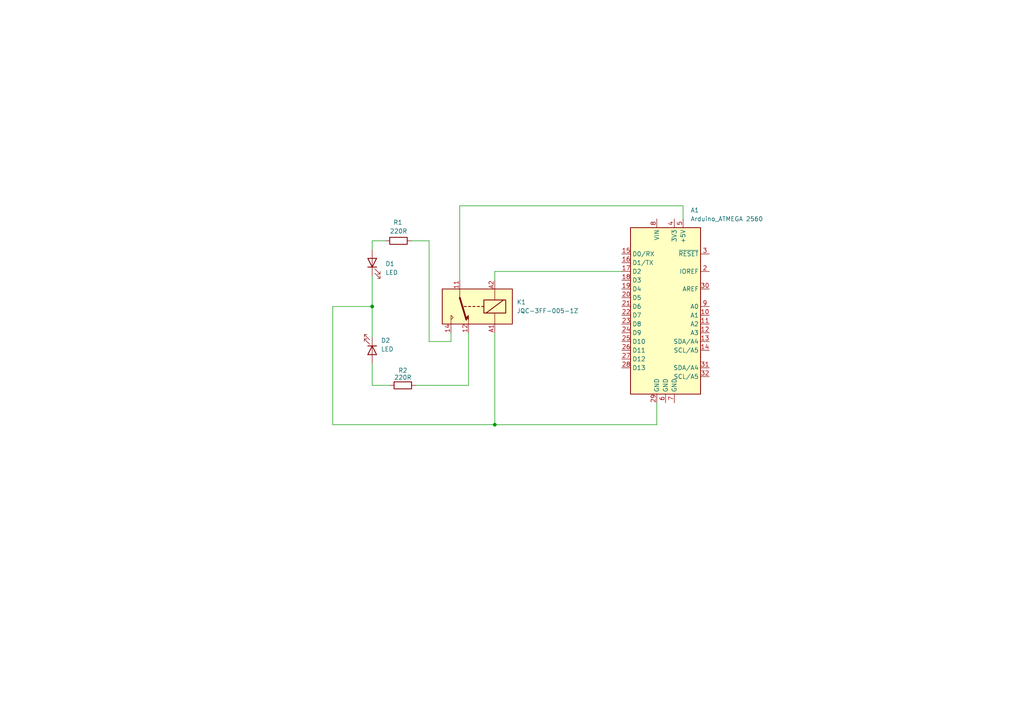
<source format=kicad_sch>
(kicad_sch (version 20250114) (generator "eeschema") (generator_version "9.0")
  (paper "A4")
  (lib_symbols
    (symbol "Device:LED" (pin_numbers (hide yes)) (pin_names (offset 1.016) (hide yes))
      (property "Reference" "D" (at 0 2.54 0))
      (property "Value" "LED" (at 0 -2.54 0))
      (symbol "LED_0_1"
        (polyline (pts (xy -3.048 -0.762) (xy -4.572 -2.286) (xy -3.81 -2.286) (xy -4.572 -2.286) (xy -4.572 -1.524)))
        (polyline (pts (xy -1.778 -0.762) (xy -3.302 -2.286) (xy -2.54 -2.286) (xy -3.302 -2.286) (xy -3.302 -1.524)))
        (polyline (pts (xy -1.27 0) (xy 1.27 0)))
        (polyline (pts (xy -1.27 -1.27) (xy -1.27 1.27)) (stroke (width 0.254)))
        (polyline (pts (xy 1.27 -1.27) (xy 1.27 1.27) (xy -1.27 0) (xy 1.27 -1.27)) (stroke (width 0.254)))
      )
      (symbol "LED_1_1"
        (pin passive line (at -3.81 0 0) (length 2.54) (name "K") (number "1"))
        (pin passive line (at 3.81 0 180) (length 2.54) (name "A") (number "2"))
      )
    )
    (symbol "Device:R" (pin_numbers (hide yes)) (pin_names (offset 0))
      (property "Reference" "R" (at 2.032 0 90))
      (property "Value" "R" (at 0 0 90))
      (symbol "R_0_1"
        (rectangle (start -1.016 -2.54) (end 1.016 2.54) (stroke (width 0.254)))
      )
      (symbol "R_1_1"
        (pin passive line (at 0 3.81 270) (length 1.27) (name "~") (number "1"))
        (pin passive line (at 0 -3.81 90) (length 1.27) (name "~") (number "2"))
      )
    )
    (symbol "MCU_Module:Arduino_UNO_R3"
      (property "Reference" "A" (at -10.16 23.495 0))
      (property "Value" "Arduino_UNO_R3" (at 5.08 -26.67 0))
      (symbol "Arduino_UNO_R3_0_1"
        (rectangle (start -10.16 22.86) (end 10.16 -25.4) (stroke (width 0.254)) (fill (type background)))
      )
      (symbol "Arduino_UNO_R3_1_1"
        (pin bidirectional line (at -12.7 15.24 0) (length 2.54) (name "D0/RX") (number "15"))
        (pin bidirectional line (at -12.7 12.7 0) (length 2.54) (name "D1/TX") (number "16"))
        (pin bidirectional line (at -12.7 10.16 0) (length 2.54) (name "D2") (number "17"))
        (pin bidirectional line (at -12.7 7.62 0) (length 2.54) (name "D3") (number "18"))
        (pin bidirectional line (at -12.7 5.08 0) (length 2.54) (name "D4") (number "19"))
        (pin bidirectional line (at -12.7 2.54 0) (length 2.54) (name "D5") (number "20"))
        (pin bidirectional line (at -12.7 0 0) (length 2.54) (name "D6") (number "21"))
        (pin bidirectional line (at -12.7 -2.54 0) (length 2.54) (name "D7") (number "22"))
        (pin bidirectional line (at -12.7 -5.08 0) (length 2.54) (name "D8") (number "23"))
        (pin bidirectional line (at -12.7 -7.62 0) (length 2.54) (name "D9") (number "24"))
        (pin bidirectional line (at -12.7 -10.16 0) (length 2.54) (name "D10") (number "25"))
        (pin bidirectional line (at -12.7 -12.7 0) (length 2.54) (name "D11") (number "26"))
        (pin bidirectional line (at -12.7 -15.24 0) (length 2.54) (name "D12") (number "27"))
        (pin bidirectional line (at -12.7 -17.78 0) (length 2.54) (name "D13") (number "28"))
        (pin no_connect line (at -10.16 -20.32 0) (length 2.54) (hide yes) (name "NC") (number "1"))
        (pin power_in line (at -2.54 25.4 270) (length 2.54) (name "VIN") (number "8"))
        (pin power_in line (at -2.54 -27.94 90) (length 2.54) (name "GND") (number "29"))
        (pin power_in line (at 0 -27.94 90) (length 2.54) (name "GND") (number "6"))
        (pin power_out line (at 2.54 25.4 270) (length 2.54) (name "3V3") (number "4"))
        (pin power_in line (at 2.54 -27.94 90) (length 2.54) (name "GND") (number "7"))
        (pin power_out line (at 5.08 25.4 270) (length 2.54) (name "+5V") (number "5"))
        (pin input line (at 12.7 15.24 180) (length 2.54) (name "~{RESET}") (number "3"))
        (pin output line (at 12.7 10.16 180) (length 2.54) (name "IOREF") (number "2"))
        (pin input line (at 12.7 5.08 180) (length 2.54) (name "AREF") (number "30"))
        (pin bidirectional line (at 12.7 0 180) (length 2.54) (name "A0") (number "9"))
        (pin bidirectional line (at 12.7 -2.54 180) (length 2.54) (name "A1") (number "10"))
        (pin bidirectional line (at 12.7 -5.08 180) (length 2.54) (name "A2") (number "11"))
        (pin bidirectional line (at 12.7 -7.62 180) (length 2.54) (name "A3") (number "12"))
        (pin bidirectional line (at 12.7 -10.16 180) (length 2.54) (name "SDA/A4") (number "13"))
        (pin bidirectional line (at 12.7 -12.7 180) (length 2.54) (name "SCL/A5") (number "14"))
        (pin bidirectional line (at 12.7 -17.78 180) (length 2.54) (name "SDA/A4") (number "31"))
        (pin bidirectional line (at 12.7 -20.32 180) (length 2.54) (name "SCL/A5") (number "32"))
      )
    )
    (symbol "Relay:JQC-3FF-005-1Z"
      (property "Reference" "K" (at 11.43 3.81 0))
      (property "Value" "JQC-3FF-005-1Z" (at 11.43 1.27 0))
      (symbol "JQC-3FF-005-1Z_0_0"
        (polyline (pts (xy 7.62 5.08) (xy 7.62 2.54) (xy 6.985 3.175) (xy 7.62 3.81)))
      )
      (symbol "JQC-3FF-005-1Z_0_1"
        (rectangle (start -10.16 5.08) (end 10.16 -5.08) (stroke (width 0.254)) (fill (type background)))
        (rectangle (start -8.255 1.905) (end -1.905 -1.905) (stroke (width 0.254)))
        (polyline (pts (xy -7.62 -1.905) (xy -2.54 1.905)) (stroke (width 0.254)))
        (polyline (pts (xy -5.08 5.08) (xy -5.08 1.905)))
        (polyline (pts (xy -5.08 -5.08) (xy -5.08 -1.905)))
        (polyline (pts (xy -1.905 0) (xy -1.27 0)) (stroke (width 0.254)))
        (polyline (pts (xy -0.635 0) (xy 0 0)) (stroke (width 0.254)))
        (polyline (pts (xy 0.635 0) (xy 1.27 0)) (stroke (width 0.254)))
        (polyline (pts (xy 1.905 0) (xy 2.54 0)) (stroke (width 0.254)))
        (polyline (pts (xy 2.54 5.08) (xy 2.54 2.54) (xy 3.175 3.175) (xy 2.54 3.81)) (fill (type outline)))
        (polyline (pts (xy 3.175 0) (xy 3.81 0)) (stroke (width 0.254)))
        (polyline (pts (xy 5.08 -2.54) (xy 3.175 3.81)) (stroke (width 0.508)))
        (polyline (pts (xy 5.08 -2.54) (xy 5.08 -5.08)))
      )
      (symbol "JQC-3FF-005-1Z_1_1"
        (pin passive line (at -5.08 7.62 270) (length 2.54) (name "~") (number "A1"))
        (pin passive line (at -5.08 -7.62 90) (length 2.54) (name "~") (number "A2"))
        (pin passive line (at 2.54 7.62 270) (length 2.54) (name "~") (number "12"))
        (pin passive line (at 5.08 -7.62 90) (length 2.54) (name "~") (number "11"))
        (pin passive line (at 7.62 7.62 270) (length 2.54) (name "~") (number "14"))
      )
    )
  )
  (junction (at 107.95 88.9))
  (junction (at 143.51 123.19))
  (wire (pts (xy 124.46 99.06) (xy 130.81 99.06)))
  (wire (pts (xy 124.46 69.85) (xy 119.38 69.85)))
  (wire (pts (xy 107.95 80.01) (xy 107.95 88.9)))
  (wire (pts (xy 96.52 88.9) (xy 107.95 88.9)))
  (wire (pts (xy 143.51 78.74) (xy 180.34 78.74)))
  (wire (pts (xy 143.51 123.19) (xy 96.52 123.19)))
  (wire (pts (xy 198.12 59.69) (xy 198.12 63.5)))
  (wire (pts (xy 143.51 81.28) (xy 143.51 78.74)))
  (wire (pts (xy 107.95 111.76) (xy 107.95 105.41)))
  (wire (pts (xy 111.76 69.85) (xy 107.95 69.85)))
  (wire (pts (xy 120.65 111.76) (xy 135.89 111.76)))
  (wire (pts (xy 96.52 123.19) (xy 96.52 88.9)))
  (wire (pts (xy 107.95 88.9) (xy 107.95 97.79)))
  (wire (pts (xy 135.89 96.52) (xy 135.89 111.76)))
  (wire (pts (xy 133.35 81.28) (xy 133.35 59.69)))
  (wire (pts (xy 133.35 59.69) (xy 198.12 59.69)))
  (wire (pts (xy 130.81 99.06) (xy 130.81 96.52)))
  (wire (pts (xy 113.03 111.76) (xy 107.95 111.76)))
  (wire (pts (xy 143.51 96.52) (xy 143.51 123.19)))
  (wire (pts (xy 124.46 69.85) (xy 124.46 99.06)))
  (wire (pts (xy 190.5 123.19) (xy 143.51 123.19)))
  (wire (pts (xy 190.5 116.84) (xy 190.5 123.19)))
  (wire (pts (xy 107.95 69.85) (xy 107.95 72.39)))
  (symbol (lib_id "Device:LED") (at 107.95 76.2 90) (unit 1)
    (property "Reference" "D1" (at 111.76 76.5174 90) (effects (justify right)))
    (property "Value" "LED" (at 111.76 79.0574 90) (effects (justify right)))
    (property "Description" "Light emitting diode" (effects (hide yes)))
    (property "Sim.Pins" "1=K 2=A" (effects (hide yes)))
  )
  (symbol (lib_id "Device:R") (at 115.57 69.85 270) (unit 1)
    (property "Reference" "R1" (at 114.046 64.516 90) (effects (justify left)))
    (property "Value" "220R" (at 113.03 67.056 90) (effects (justify left)))
    (property "Description" "Resistor" (effects (hide yes)))
  )
  (symbol (lib_id "MCU_Module:Arduino_UNO_R3") (at 193.04 88.9 0) (unit 1)
    (property "Reference" "A1" (at 200.2633 60.96 0) (effects (justify left)))
    (property "Value" "Arduino_ATMEGA 2560" (at 200.2633 63.5 0) (effects (justify left)))
    (property "Footprint" "Module:Arduino_UNO_R3" (effects (hide yes)))
    (property "Datasheet" "https://www.arduino.cc/en/Main/arduinoBoardUno" (effects (hide yes)))
    (property "Description" "Arduino UNO Microcontroller Module, release 3" (effects (hide yes)))
  )
  (symbol (lib_id "Device:R") (at 116.84 111.76 270) (unit 1)
    (property "Reference" "R2" (at 116.84 107.442 90))
    (property "Value" "220R" (at 114.3 109.474 90) (effects (justify left)))
    (property "Description" "Resistor" (effects (hide yes)))
  )
  (symbol (lib_id "Relay:JQC-3FF-005-1Z") (at 138.43 88.9 180) (unit 1)
    (property "Reference" "K1" (at 149.86 87.6299 0) (effects (justify right)))
    (property "Value" "JQC-3FF-005-1Z" (at 149.86 90.1699 0) (effects (justify right)))
    (property "Footprint" "Relay_THT:Relay_SPDT_Hongfa_JQC-3FF_0XX-1Z" (effects (hide yes)))
    (property "Datasheet" "https://www.digikey.com/htmldatasheets/production/2071105/0/0/1/JQC-3FF.pdf" (effects (hide yes)))
    (property "Description" "Subminiature High Power SPDT Relay, 5V Coil nom. 0.36W, 10A switching current, max 10A@277VAC/28VDC" (effects (hide yes)))
  )
  (symbol (lib_id "Device:LED") (at 107.95 101.6 270) (unit 1)
    (property "Reference" "D2" (at 110.49 98.7424 90) (effects (justify left)))
    (property "Value" "LED" (at 110.49 101.2824 90) (effects (justify left)))
    (property "Description" "Light emitting diode" (effects (hide yes)))
    (property "Sim.Pins" "1=K 2=A" (effects (hide yes)))
  )
)
</source>
